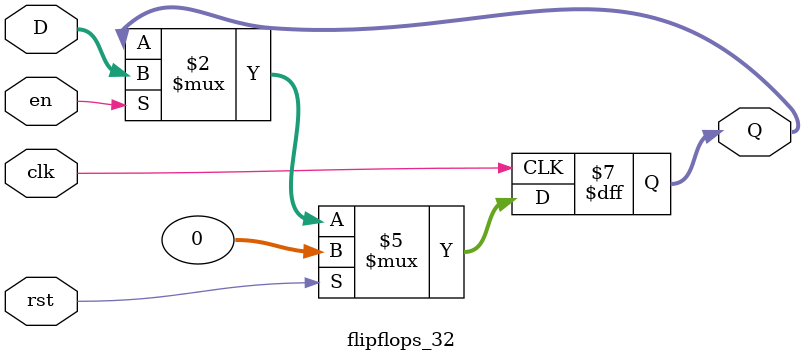
<source format=v>
`timescale 1ns / 1ps

//64-bit REGISTER

module flipflops_32(D,clk,rst,en,Q);
  input [31:0]D;
  input clk,rst,en;
  output reg [31:0]Q;

    always @(posedge clk)
        begin
            if (rst)
                Q <= 32'b0;
            else if (en)
                Q <= D;
        end
 endmodule

</source>
